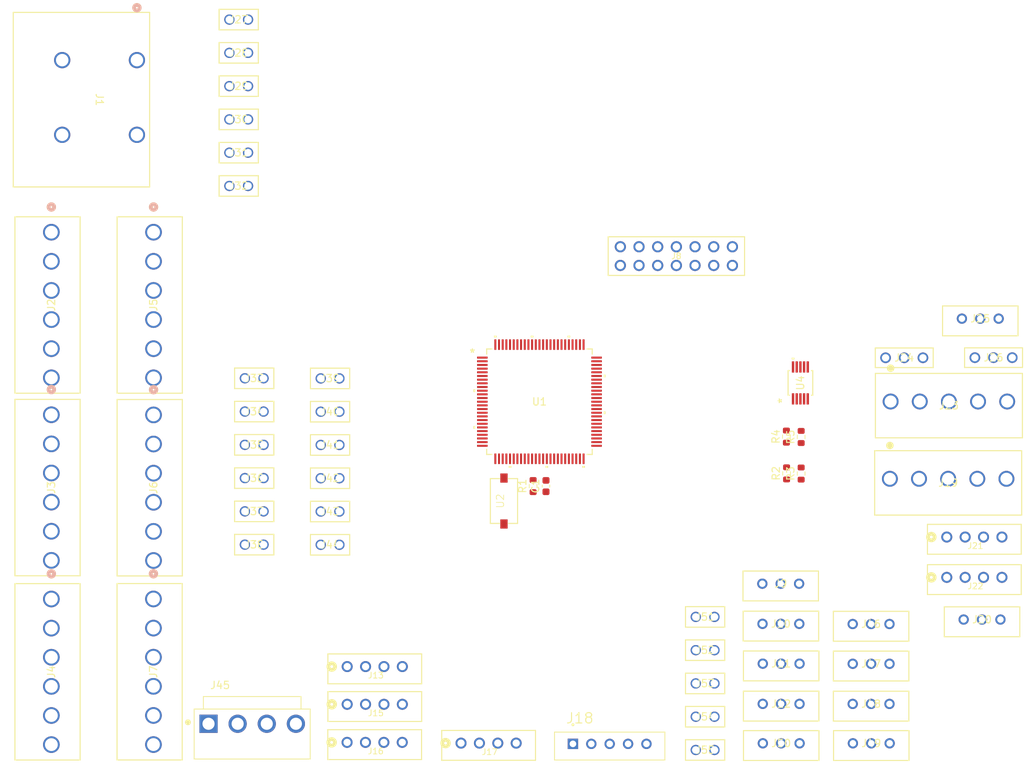
<source format=kicad_pcb>
(kicad_pcb (version 20221018) (generator pcbnew)
  (layers (0 "F.Cu" signal) (31 "B.Cu" signal) (34 "B.Paste" user) (35 "F.Paste" user) (36 "B.SilkS" user "B.Silkscreen") (37 "F.SilkS" user "F.Silkscreen") (38 "B.Mask" user) (39 "F.Mask" user) (44 "Edge.Cuts" user))
  (net 0 "")
  (net 1 "Net-(U1-*RESET)")
  (net 2 "GND")
  (net 3 "12V")
  (net 4 "Motor1 brake")
  (net 5 "PWM Timer3 A")
  (net 6 "Motor1 dir")
  (net 7 "ADC0")
  (net 8 "Motor2 brake")
  (net 9 "PWM Timer3 B")
  (net 10 "Motor2 dir")
  (net 11 "ADC1")
  (net 12 "Motor3 brake")
  (net 13 "PWM Timer3 C")
  (net 14 "Motor3 dir")
  (net 15 "ADC2")
  (net 16 "Motor4 brake")
  (net 17 "PWM Timer4 A")
  (net 18 "Motor4 dir")
  (net 19 "ADC3")
  (net 20 "Motor5 brake")
  (net 21 "PWM Timer4 B")
  (net 22 "Motor5 dir")
  (net 23 "ADC4")
  (net 24 "Motor6 brake")
  (net 25 "PWM Timer4 C")
  (net 26 "Motor6 dir")
  (net 27 "ADC5")
  (net 28 "5V")
  (net 29 "3V3")
  (net 31 "I2C_SCL")
  (net 32 "I2C_SDA")
  (net 37 "PWM Timer2 B")
  (net 38 "PWM Timer2 A")
  (net 39 "PWM Timer1 A")
  (net 40 "PWM Timer1 B")
  (net 41 "UART0_RX")
  (net 42 "UART0_TX")
  (net 43 "UART2_RX")
  (net 44 "UART2_TX")
  (net 45 "UART3_RX")
  (net 46 "UART3_TX")
  (net 47 "SPI_MOSI")
  (net 48 "SPI_MISO")
  (net 49 "SPI_SCK")
  (net 50 "Net-(U4-S2)")
  (net 51 "UART1_RX")
  (net 52 "UART1_TX")
  (net 53 "Net-(U4-S1)")
  (net 54 "Net-(U4-S3)")
  (net 55 "Thermal control")
  (net 56 "Net-(U4-S4)")
  (net 57 "Auxilary control")
  (net 58 "Net-(J23-Pad1)")
  (net 59 "Net-(U4-D)")
  (net 60 "Net-(J23-Pad4)")
  (net 61 "VTX control")
  (net 62 "Net-(J25-Pad1)")
  (net 63 "PWM Timer0 A")
  (net 64 "PWM Timer5 A")
  (net 65 "PWM Timer5 B")
  (net 66 "PWM Timer5 C")
  (net 67 "PWM Timer0 B")
  (net 68 "ADC6")
  (net 69 "ADC7")
  (net 70 "ADC8")
  (net 71 "ADC9")
  (net 72 "ADC10")
  (net 73 "ADC11")
  (net 74 "ADC12")
  (net 75 "ADC13")
  (net 76 "ADC14")
  (net 77 "ADC15")
  (net 78 "Cam Select1")
  (net 79 "Net-(U4-A0)")
  (net 80 "Cam Select2")
  (net 81 "Net-(U4-A1)")
  (footprint "MotorHeader:conn6_1744057-6_TEC" (layer "F.Cu") (at 82.4611 141.62405 90)
    (fp_text reference "J7" (at 0 0 90 unlocked) (layer "F.SilkS"))
    (fp_text value "1744057-6" hide)
    (pad "" np_thru_hole circle (at -7.9248 -3.175 90) (size 1.6764 1.6764) (drill 1.6764) (layers "*.Cu" "*.Mask"))
    (pad "" np_thru_hole circle (at 7.9248 -3.175 90) (size 1.6764 1.6764) (drill 1.6764) (layers "*.Cu" "*.Mask"))
    (pad "1" thru_hole circle (at 9.906 0 90) (size 2.2606 2.2606) (drill 1.7526) (layers "*.Cu" "*.Mask") (net 3 "12V"))
    (pad "2" thru_hole circle (at 5.9436 0 90) (size 2.2606 2.2606) (drill 1.7526) (layers "*.Cu" "*.Mask") (net 2 "GND"))
    (pad "3" thru_hole circle (at 1.9812 0 90) (size 2.2606 2.2606) (drill 1.7526) (layers "*.Cu" "*.Mask") (net 27 "ADC5"))
    (pad "4" thru_hole circle (at -1.9812 0 90) (size 2.2606 2.2606) (drill 1.7526) (layers "*.Cu" "*.Mask") (net 26 "Motor6 dir"))
    (pad "5" thru_hole circle (at -5.9436 0 90) (size 2.2606 2.2606) (drill 1.7526) (layers "*.Cu" "*.Mask") (net 25 "PWM Timer4 C"))
    (pad "6" thru_hole circle (at -9.906 0 90) (size 2.2606 2.2606) (drill 1.7526) (layers "*.Cu" "*.Mask") (net 24 "Motor6 brake"))
  )
  (footprint "4PinHeader:CONN_B4B-EH-A_JST" (layer "F.Cu") (at 190.3368 128.778)
    (fp_text reference "J22" (at 3.9 1.2 unlocked) (layer "F.SilkS") (effects (font (size 0.8 0.8) (thickness 0.12))))
    (fp_text value "25SH-C-04-TS" hide)
    (pad "1" thru_hole circle (at 0 0) (size 1.4986 1.4986) (drill 0.9906) (layers "*.Cu" "*.Mask") (net 3 "12V"))
    (pad "2" thru_hole circle (at 2.5 0) (size 1.4986 1.4986) (drill 0.9906) (layers "*.Cu" "*.Mask") (net 2 "GND"))
    (pad "3" thru_hole circle (at 5 0) (size 1.4986 1.4986) (drill 0.9906) (layers "*.Cu" "*.Mask") (net 56 "Net-(U4-S4)"))
    (pad "4" thru_hole circle (at 7.5 0) (size 1.4986 1.4986) (drill 0.9906) (layers "*.Cu" "*.Mask") (net 57 "Auxilary control"))
  )
  (footprint "4PinHeader:CONN_B4B-EH-A_JST" (layer "F.Cu") (at 108.8066 140.9192)
    (fp_text reference "J13" (at 3.9 1.2 unlocked) (layer "F.SilkS") (effects (font (size 0.8 0.8) (thickness 0.12))))
    (fp_text value "25SH-C-04-TS" hide)
    (pad "1" thru_hole circle (at 0 0) (size 1.4986 1.4986) (drill 0.9906) (layers "*.Cu" "*.Mask") (net 28 "5V"))
    (pad "2" thru_hole circle (at 2.5 0) (size 1.4986 1.4986) (drill 0.9906) (layers "*.Cu" "*.Mask") (net 2 "GND"))
    (pad "3" thru_hole circle (at 5 0) (size 1.4986 1.4986) (drill 0.9906) (layers "*.Cu" "*.Mask") (net 41 "UART0_RX"))
    (pad "4" thru_hole circle (at 7.5 0) (size 1.4986 1.4986) (drill 0.9906) (layers "*.Cu" "*.Mask") (net 42 "UART0_TX"))
  )
  (footprint "5PinHeader:TE_440052-5" (layer "F.Cu") (at 144.5006 151.4348)
    (fp_text reference "J18" (at -4.055 -3.489) (layer "F.SilkS") (effects (font (size 1.4 1.4))))
    (fp_text value "440052-5" hide)
    (pad "1" thru_hole rect (at -5 0) (size 1.408 1.408) (drill 0.9) (layers "*.Cu" "*.Mask") (net 28 "5V"))
    (pad "2" thru_hole circle (at -2.5 0) (size 1.408 1.408) (drill 0.9) (layers "*.Cu" "*.Mask") (net 2 "GND"))
    (pad "3" thru_hole circle (at 0 0) (size 1.408 1.408) (drill 0.9) (layers "*.Cu" "*.Mask") (net 47 "SPI_MOSI"))
    (pad "4" thru_hole circle (at 2.5 0) (size 1.408 1.408) (drill 0.9) (layers "*.Cu" "*.Mask") (net 48 "SPI_MISO"))
    (pad "5" thru_hole circle (at 5 0) (size 1.408 1.408) (drill 0.9) (layers "*.Cu" "*.Mask") (net 49 "SPI_SCK"))
  )
  (footprint "Capacitor_SMD:C_0603_1608Metric" (layer "F.Cu") (at 135.8392 116.3574 90)
    (fp_text reference "C1" (at 0 -1.43 90) (layer "F.SilkS"))
    (fp_text value "1uF")
    (pad "1" smd roundrect (at -0.775 0 90) (size 0.9 0.95) (layers "F.Cu" "F.Paste" "F.Mask") (net 1 "Net-(U1-*RESET)"))
    (pad "2" smd roundrect (at 0.775 0 90) (size 0.9 0.95) (layers "F.Cu" "F.Paste" "F.Mask") (net 2 "GND"))
  )
  (footprint "ServoHeader:CONN3_B3B-EH-ALFSN_JST" (layer "F.Cu") (at 192.6336 134.5184)
    (fp_text reference "J20" (at 2.5 0 unlocked) (layer "F.SilkS"))
    (fp_text value "B3B-EH-ALFSN" hide)
    (pad "1" thru_hole circle (at 0 0) (size 1.397 1.397) (drill 0.889) (layers "*.Cu" "*.Mask") (net 3 "12V"))
    (pad "2" thru_hole circle (at 2.5 0) (size 1.397 1.397) (drill 0.889) (layers "*.Cu" "*.Mask") (net 2 "GND"))
    (pad "3" thru_hole circle (at 5 0) (size 1.397 1.397) (drill 0.889) (layers "*.Cu" "*.Mask") (net 53 "Net-(U4-S1)"))
  )
  (footprint "2PinDupont:CONN_61300211121_WRE" (layer "F.Cu") (at 156.2062 147.7396)
    (fp_text reference "J54" (at 1.27 0 unlocked) (layer "F.SilkS"))
    (fp_text value "61300211121" hide)
    (pad "1" thru_hole circle (at 0 0) (size 1.4 1.4) (drill 1.016) (layers "*.Cu" "*.Mask") (net 74 "ADC12"))
    (pad "2" thru_hole circle (at 2.54 0) (size 1.4 1.4) (drill 1.016) (layers "*.Cu" "*.Mask") (net 75 "ADC13"))
  )
  (footprint "ServoHeader:CONN3_B3B-EH-ALFSN_JST" (layer "F.Cu") (at 177.546 145.9992)
    (fp_text reference "J48" (at 2.5 0 unlocked) (layer "F.SilkS"))
    (fp_text value "B3B-EH-ALFSN" hide)
    (pad "1" thru_hole circle (at 0 0) (size 1.397 1.397) (drill 0.889) (layers "*.Cu" "*.Mask") (net 2 "GND"))
    (pad "2" thru_hole circle (at 2.5 0) (size 1.397 1.397) (drill 0.889) (layers "*.Cu" "*.Mask") (net 3 "12V"))
    (pad "3" thru_hole circle (at 5 0) (size 1.397 1.397) (drill 0.889) (layers "*.Cu" "*.Mask") (net 65 "PWM Timer5 B"))
  )
  (footprint "Resistor_SMD:R_0603_1608Metric" (layer "F.Cu") (at 170.5356 109.6753 90)
    (fp_text reference "R5" (at 0 -1.43 90) (layer "F.SilkS"))
    (fp_text value "2.5K")
    (pad "1" smd roundrect (at -0.825 0 90) (size 0.8 0.95) (layers "F.Cu" "F.Paste" "F.Mask") (net 2 "GND"))
    (pad "2" smd roundrect (at 0.825 0 90) (size 0.8 0.95) (layers "F.Cu" "F.Paste" "F.Mask") (net 81 "Net-(U4-A1)"))
  )
  (footprint "2PinDupont:CONN_61300211121_WRE" (layer "F.Cu") (at 92.7862 70.9916)
    (fp_text reference "J31" (at 1.27 0 unlocked) (layer "F.SilkS"))
    (fp_text value "61300211121" hide)
    (pad "1" thru_hole circle (at 0 0) (size 1.4 1.4) (drill 1.016) (layers "*.Cu" "*.Mask") (net 3 "12V"))
    (pad "2" thru_hole circle (at 2.54 0) (size 1.4 1.4) (drill 1.016) (layers "*.Cu" "*.Mask") (net 2 "GND"))
  )
  (footprint "ServoHeader:CONN3_B3B-EH-ALFSN_JST" (layer "F.Cu") (at 165.314 145.9931)
    (fp_text reference "J12" (at 2.5 0 unlocked) (layer "F.SilkS"))
    (fp_text value "B3B-EH-ALFSN" hide)
    (pad "1" thru_hole circle (at 0 0) (size 1.397 1.397) (drill 0.889) (layers "*.Cu" "*.Mask") (net 2 "GND"))
    (pad "2" thru_hole circle (at 2.5 0) (size 1.397 1.397) (drill 0.889) (layers "*.Cu" "*.Mask") (net 28 "5V"))
    (pad "3" thru_hole circle (at 5 0) (size 1.397 1.397) (drill 0.889) (layers "*.Cu" "*.Mask") (net 40 "PWM Timer1 B"))
  )
  (footprint "ServoHeader:CONN3_B3B-EH-ALFSN_JST" (layer "F.Cu") (at 177.5714 151.3586)
    (fp_text reference "J49" (at 2.5 0 unlocked) (layer "F.SilkS"))
    (fp_text value "B3B-EH-ALFSN" hide)
    (pad "1" thru_hole circle (at 0 0) (size 1.397 1.397) (drill 0.889) (layers "*.Cu" "*.Mask") (net 2 "GND"))
    (pad "2" thru_hole circle (at 2.5 0) (size 1.397 1.397) (drill 0.889) (layers "*.Cu" "*.Mask") (net 3 "12V"))
    (pad "3" thru_hole circle (at 5 0) (size 1.397 1.397) (drill 0.889) (layers "*.Cu" "*.Mask") (net 66 "PWM Timer5 C"))
  )
  (footprint "Resistor_SMD:R_0603_1608Metric" (layer "F.Cu") (at 168.5544 114.6283 90)
    (fp_text reference "R2" (at 0 -1.43 90) (layer "F.SilkS"))
    (fp_text value "1K")
    (pad "1" smd roundrect (at -0.825 0 90) (size 0.8 0.95) (layers "F.Cu" "F.Paste" "F.Mask") (net 78 "Cam Select1"))
    (pad "2" smd roundrect (at 0.825 0 90) (size 0.8 0.95) (layers "F.Cu" "F.Paste" "F.Mask") (net 79 "Net-(U4-A0)"))
  )
  (footprint "ServoHeader:CONN3_B3B-EH-ALFSN_JST" (layer "F.Cu") (at 177.546 135.128)
    (fp_text reference "J46" (at 2.5 0 unlocked) (layer "F.SilkS"))
    (fp_text value "B3B-EH-ALFSN" hide)
    (pad "1" thru_hole circle (at 0 0) (size 1.397 1.397) (drill 0.889) (layers "*.Cu" "*.Mask") (net 2 "GND"))
    (pad "2" thru_hole circle (at 2.5 0) (size 1.397 1.397) (drill 0.889) (layers "*.Cu" "*.Mask") (net 3 "12V"))
    (pad "3" thru_hole circle (at 5 0) (size 1.397 1.397) (drill 0.889) (layers "*.Cu" "*.Mask") (net 63 "PWM Timer0 A"))
  )
  (footprint "2PinDupont:CONN_61300211121_WRE" (layer "F.Cu") (at 92.7862 75.5188)
    (fp_text reference "J32" (at 1.27 0 unlocked) (layer "F.SilkS"))
    (fp_text value "61300211121" hide)
    (pad "1" thru_hole circle (at 0 0) (size 1.4 1.4) (drill 1.016) (layers "*.Cu" "*.Mask") (net 3 "12V"))
    (pad "2" thru_hole circle (at 2.54 0) (size 1.4 1.4) (drill 1.016) (layers "*.Cu" "*.Mask") (net 2 "GND"))
  )
  (footprint "ServoHeader:CONN3_B3B-EH-ALFSN_JST" (layer "F.Cu") (at 165.3248 151.3586)
    (fp_text reference "J50" (at 2.5 0 unlocked) (layer "F.SilkS"))
    (fp_text value "B3B-EH-ALFSN" hide)
    (pad "1" thru_hole circle (at 0 0) (size 1.397 1.397) (drill 0.889) (layers "*.Cu" "*.Mask") (net 2 "GND"))
    (pad "2" thru_hole circle (at 2.5 0) (size 1.397 1.397) (drill 0.889) (layers "*.Cu" "*.Mask") (net 28 "5V"))
    (pad "3" thru_hole circle (at 5 0) (size 1.397 1.397) (drill 0.889) (layers "*.Cu" "*.Mask") (net 67 "PWM Timer0 B"))
  )
  (footprint "Resistor_SMD:R_0603_1608Metric" (layer "F.Cu") (at 168.529 109.6245 90)
    (fp_text reference "R4" (at 0 -1.43 90) (layer "F.SilkS"))
    (fp_text value "1K")
    (pad "1" smd roundrect (at -0.825 0 90) (size 0.8 0.95) (layers "F.Cu" "F.Paste" "F.Mask") (net 80 "Cam Select2"))
    (pad "2" smd roundrect (at 0.825 0 90) (size 0.8 0.95) (layers "F.Cu" "F.Paste" "F.Mask") (net 81 "Net-(U4-A1)"))
  )
  (footprint "2PinDupont:CONN_61300211121_WRE" (layer "F.Cu") (at 105.2068 119.8178)
    (fp_text reference "J43" (at 1.27 0 unlocked) (layer "F.SilkS"))
    (fp_text value "61300211121" hide)
    (pad "1" thru_hole circle (at 0 0) (size 1.4 1.4) (drill 1.016) (layers "*.Cu" "*.Mask") (net 29 "3V3"))
    (pad "2" thru_hole circle (at 2.54 0) (size 1.4 1.4) (drill 1.016) (layers "*.Cu" "*.Mask") (net 2 "GND"))
  )
  (footprint "4PinHeader:CONN_B4B-EH-A_JST" (layer "F.Cu") (at 108.8066 146.05)
    (fp_text reference "J15" (at 3.9 1.2 unlocked) (layer "F.SilkS") (effects (font (size 0.8 0.8) (thickness 0.12))))
    (fp_text value "25SH-C-04-TS" hide)
    (pad "1" thru_hole circle (at 0 0) (size 1.4986 1.4986) (drill 0.9906) (layers "*.Cu" "*.Mask") (net 28 "5V"))
    (pad "2" thru_hole circle (at 2.5 0) (size 1.4986 1.4986) (drill 0.9906) (layers "*.Cu" "*.Mask") (net 2 "GND"))
    (pad "3" thru_hole circle (at 5 0) (size 1.4986 1.4986) (drill 0.9906) (layers "*.Cu" "*.Mask") (net 43 "UART2_RX"))
    (pad "4" thru_hole circle (at 7.5 0) (size 1.4986 1.4986) (drill 0.9906) (layers "*.Cu" "*.Mask") (net 44 "UART2_TX"))
  )
  (footprint "2PinDupont:CONN_61300211121_WRE" (layer "F.Cu") (at 156.2062 143.2124)
    (fp_text reference "J53" (at 1.27 0 unlocked) (layer "F.SilkS"))
    (fp_text value "61300211121" hide)
    (pad "1" thru_hole circle (at 0 0) (size 1.4 1.4) (drill 1.016) (layers "*.Cu" "*.Mask") (net 72 "ADC10"))
    (pad "2" thru_hole circle (at 2.54 0) (size 1.4 1.4) (drill 1.016) (layers "*.Cu" "*.Mask") (net 73 "ADC11"))
  )
  (footprint "VideoMux:RM_10_ADI" (layer "F.Cu") (at 170.434 102.322 90)
    (fp_text reference "U4" (at 0 0 90 unlocked) (layer "F.SilkS"))
    (fp_text value "ADG804YRMZ")
    (fp_text user "*" (at -2.4257 -2.4732 90 unlocked) (layer "F.SilkS"))
    (fp_text user "*" (at -2.4257 -2.4732 90) (layer "F.SilkS"))
    (pad "1" smd rect (at -2.1717 -1.000001 90) (size 1.524 0.3302) (layers "F.Cu" "F.Paste" "F.Mask") (net 79 "Net-(U4-A0)"))
    (pad "2" smd rect (at -2.1717 -0.499999 90) (size 1.524 0.3302) (layers "F.Cu" "F.Paste" "F.Mask") (net 53 "Net-(U4-S1)"))
    (pad "3" smd rect (at -2.1717 0 90) (size 1.524 0.3302) (layers "F.Cu" "F.Paste" "F.Mask") (net 2 "GND"))
    (pad "4" smd rect (at -2.1717 0.499999 90) (size 1.524 0.3302) (layers "F.Cu" "F.Paste" "F.Mask") (net 54 "Net-(U4-S3)"))
    (pad "5" smd rect (at -2.1717 1.000001 90) (size 1.524 0.3302) (layers "F.Cu" "F.Paste" "F.Mask") (net 29 "3V3"))
    (pad "6" smd rect (at 2.1717 1.000001 90) (size 1.524 0.3302) (layers "F.Cu" "F.Paste" "F.Mask") (net 29 "3V3"))
    (pad "7" smd rect (at 2.1717 0.499999 90) (size 1.524 0.3302) (layers "F.Cu" "F.Paste" "F.Mask") (net 56 "Net-(U4-S4)"))
    (pad "8" smd rect (at 2.1717 0 90) (size 1.524 0.3302) (layers "F.Cu" "F.Paste" "F.Mask") (net 59 "Net-(U4-D)"))
    (pad "9" smd rect (at 2.1717 -0.499999 90) (size 1.524 0.3302) (layers "F.Cu" "F.Paste" "F.Mask") (net 50 "Net-(U4-S2)"))
    (pad "10" smd rect (at 2.1717 -1.000001 90) (size 1.524 0.3302) (layers "F.Cu" "F.Paste" "F.Mask") (net 81 "Net-(U4-A1)"))
  )
  (footprint "4PinHeader:CONN_B4B-EH-A_JST" (layer "F.Cu") (at 190.3368 123.2916)
    (fp_text reference "J21" (at 3.9 1.2 unlocked) (layer "F.SilkS") (effects (font (size 0.8 0.8) (thickness 0.12))))
    (fp_text value "25SH-C-04-TS" hide)
    (pad "1" thru_hole circle (at 0 0) (size 1.4986 1.4986) (drill 0.9906) (layers "*.Cu" "*.Mask") (net 3 "12V"))
    (pad "2" thru_hole circle (at 2.5 0) (size 1.4986 1.4986) (drill 0.9906) (layers "*.Cu" "*.Mask") (net 2 "GND"))
    (pad "3" thru_hole circle (at 5 0) (size 1.4986 1.4986) (drill 0.9906) (layers "*.Cu" "*.Mask") (net 54 "Net-(U4-S3)"))
    (pad "4" thru_hole circle (at 7.5 0) (size 1.4986 1.4986) (drill 0.9906) (layers "*.Cu" "*.Mask") (net 55 "Thermal control"))
  )
  (footprint "ServoHeader:CONN3_B3B-EH-ALFSN_JST" (layer "F.Cu") (at 192.3942 93.5736)
    (fp_text reference "J25" (at 2.5 0 unlocked) (layer "F.SilkS"))
    (fp_text value "B3B-EH-ALFSN" hide)
    (pad "1" thru_hole circle (at 0 0) (size 1.397 1.397) (drill 0.889) (layers "*.Cu" "*.Mask") (net 62 "Net-(J25-Pad1)"))
    (pad "2" thru_hole circle (at 2.5 0) (size 1.397 1.397) (drill 0.889) (layers "*.Cu" "*.Mask") (net 2 "GND"))
    (pad "3" thru_hole circle (at 5 0) (size 1.397 1.397) (drill 0.889) (layers "*.Cu" "*.Mask") (net 60 "Net-(J23-Pad4)"))
  )
  (footprint "ServoHeader:CONN3_B3B-EH-ALFSN_JST" (layer "F.Cu") (at 165.2562 129.6416)
    (fp_text reference "J9" (at 2.5 0 unlocked) (layer "F.SilkS"))
    (fp_text value "B3B-EH-ALFSN" hide)
    (pad "1" thru_hole circle (at 0 0) (size 1.397 1.397) (drill 0.889) (layers "*.Cu" "*.Mask") (net 2 "GND"))
    (pad "2" thru_hole circle (at 2.5 0) (size 1.397 1.397) (drill 0.889) (layers "*.Cu" "*.Mask") (net 28 "5V"))
    (pad "3" thru_hole circle (at 5 0) (size 1.397 1.397) (drill 0.889) (layers "*.Cu" "*.Mask") (net 37 "PWM Timer2 B"))
  )
  (footprint "ServoHeader:CONN3_B3B-EH-ALFSN_JST" (layer "F.Cu") (at 165.2816 135.1026)
    (fp_text reference "J10" (at 2.5 0 unlocked) (layer "F.SilkS"))
    (fp_text value "B3B-EH-ALFSN" hide)
    (pad "1" thru_hole circle (at 0 0) (size 1.397 1.397) (drill 0.889) (layers "*.Cu" "*.Mask") (net 2 "GND"))
    (pad "2" thru_hole circle (at 2.5 0) (size 1.397 1.397) (drill 0.889) (layers "*.Cu" "*.Mask") (net 28 "5V"))
    (pad "3" thru_hole circle (at 5 0) (size 1.397 1.397) (drill 0.889) (layers "*.Cu" "*.Mask") (net 38 "PWM Timer2 A"))
  )
  (footprint "ResetButton:PTS636" (layer "F.Cu") (at 130.1242 118.3894 90)
    (fp_text reference "U2" (at 0 -0.5 90 unlocked) (layer "F.SilkS") (effects (font (thickness 0.1))))
    (fp_text value "PTS636")
    (pad "1" smd rect (at -3.125 0 90) (size 1.25 1) (layers "F.Cu" "F.Paste" "F.Mask") (net 2 "GND"))
    (pad "2" smd rect (at 3.125 0 90) (size 1.25 1) (layers "F.Cu" "F.Paste" "F.Mask") (net 1 "Net-(U1-*RESET)"))
  )
  (footprint "2PinDupont:CONN_61300211121_WRE" (layer "F.Cu") (at 92.7862 52.8828)
    (fp_text reference "J27" (at 1.27 0 unlocked) (layer "F.SilkS"))
    (fp_text value "61300211121" hide)
    (pad "1" thru_hole circle (at 0 0) (size 1.4 1.4) (drill 1.016) (layers "*.Cu" "*.Mask") (net 3 "12V"))
    (pad "2" thru_hole circle (at 2.54 0) (size 1.4 1.4) (drill 1.016) (layers "*.Cu" "*.Mask") (net 2 "GND"))
  )
  (footprint "2PinDupont:CONN_61300211121_WRE" (layer "F.Cu") (at 156.2062 138.6852)
    (fp_text reference "J52" (at 1.27 0 unlocked) (layer "F.SilkS"))
    (fp_text value "61300211121" hide)
    (pad "1" thru_hole circle (at 0 0) (size 1.4 1.4) (drill 1.016) (layers "*.Cu" "*.Mask") (net 70 "ADC8"))
    (pad "2" thru_hole circle (at 2.54 0) (size 1.4 1.4) (drill 1.016) (layers "*.Cu" "*.Mask") (net 71 "ADC9"))
  )
  (footprint "5PinHeader7.5A:conn5_1-1123723-5_TEC" (layer "F.Cu") (at 182.7022 104.8512)
    (fp_text reference "J23" (at 7.9248 0.5588 unlocked) (layer "F.SilkS"))
    (fp_text value "1-1123723-5")
    (pad "1" thru_hole circle (at 0 0) (size 2.159 2.159) (drill 1.651) (layers "*.Cu" "*.Mask") (net 58 "Net-(J23-Pad1)"))
    (pad "2" thru_hole circle (at 3.9624 0) (size 2.159 2.159) (drill 1.651) (layers "*.Cu" "*.Mask") (net 2 "GND"))
    (pad "3" thru_hole circle (at 7.9248 0) (size 2.159 2.159) (drill 1.651) (layers "*.Cu" "*.Mask") (net 59 "Net-(U4-D)"))
    (pad "4" thru_hole circle (at 11.8872 0) (size 2.159 2.159) (drill 1.651) (layers "*.Cu" "*.Mask") (net 60 "Net-(J23-Pad4)"))
    (pad "5" thru_hole circle (at 15.8496 0) (size 2.159 2.159) (drill 1.651) (layers "*.Cu" "*.Mask") (net 61 "VTX control"))
  )
  (footprint "ServoHeader:CONN3_B3B-EH-ALFSN_JST" (layer "F.Cu") (at 177.5498 140.538)
    (fp_text reference "J47" (at 2.5 0 unlocked) (layer "F.SilkS"))
    (fp_text value "B3B-EH-ALFSN" hide)
    (pad "1" thru_hole circle (at 0 0) (size 1.397 1.397) (drill 0.889) (layers "*.Cu" "*.Mask") (net 2 "GND"))
    (pad "2" thru_hole circle (at 2.5 0) (size 1.397 1.397) (drill 0.889) (layers "*.Cu" "*.Mask") (net 3 "12V"))
    (pad "3" thru_hole circle (at 5 0) (size 1.397 1.397) (drill 0.889) (layers "*.Cu" "*.Mask") (net 64 "PWM Timer5 A"))
  )
  (footprint "PowerHeader:CONN_VP0265x4xxxxG_AMP" (layer "F.Cu") (at 80.213301 58.3994 -90)
    (fp_text reference "J1" (at 5.38 5.08 -90 unlocked) (layer "F.SilkS"))
    (fp_text value "VP0265540000G" hide)
    (pad "1" thru_hole circle (at 0 0 270) (size 2.2098 2.2098) (drill 1.7018) (layers "*.Cu" "*.Mask") (net 3 "12V"))
    (pad "2" thru_hole circle (at 0 10.16 270) (size 2.2098 2.2098) (drill 1.7018) (layers "*.Cu" "*.Mask") (net 3 "12V"))
    (pad "3" thru_hole circle (at 10.16 0 270) (size 2.2098 2.2098) (drill 1.7018) (layers "*.Cu" "*.Mask") (net 2 "GND"))
    (pad "4" thru_hole circle (at 10.16 10.16 270) (size 2.2098 2.2098) (drill 1.7018) (layers "*.Cu" "*.Mask") (net 2 "GND"))
  )
  (footprint "MotorHeader:conn6_1744057-6_TEC" (layer "F.Cu") (at 68.58 116.5606 90)
    (fp_text reference "J3" (at 0 0 90 unlocked) (layer "F.SilkS"))
    (fp_text value "1744057-6" hide)
    (pad "" np_thru_hole circle (at -7.9248 -3.175 90) (size 1.6764 1.6764) (drill 1.6764) (layers "*.Cu" "*.Mask"))
    (pad "" np_thru_hole circle (at 7.9248 -3.175 90) (size 1.6764 1.6764) (drill 1.6764) (layers "*.Cu" "*.Mask"))
    (pad "1" thru_hole circle (at 9.906 0 90) (size 2.2606 2.2606) (drill 1.7526) (layers "*.Cu" "*.Mask") (net 3 "12V"))
    (pad "2" thru_hole circle (at 5.9436 0 90) (size 2.2606 2.2606) (drill 1.7526) (layers "*.Cu" "*.Mask") (net 2 "GND"))
    (pad "3" thru_hole circle (at 1.9812 0 90) (size 2.2606 2.2606) (drill 1.7526) (layers "*.Cu" "*.Mask") (net 11 "ADC1"))
    (pad "4" thru_hole circle (at -1.9812 0 90) (size 2.2606 2.2606) (drill 1.7526) (layers "*.Cu" "*.Mask") (net 10 "Motor2 dir"))
    (pad "5" thru_hole circle (at -5.9436 0 90) (size 2.2606 2.2606) (drill 1.7526) (layers "*.Cu" "*.Mask") (net 9 "PWM Timer3 B"))
    (pad "6" thru_hole circle (at -9.906 0 90) (size 2.2606 2.2606) (drill 1.7526) (layers "*.Cu" "*.Mask") (net 8 "Motor2 brake"))
  )
  (footprint "2PinDupont:CONN_61300211121_WRE" (layer "F.Cu") (at 94.8944 110.7454)
    (fp_text reference "J35" (at 1.27 0 unlocked) (layer "F.SilkS"))
    (fp_text value "61300211121" hide)
    (pad "1" thru_hole circle (at 0 0) (size 1.4 1.4) (drill 1.016) (layers "*.Cu" "*.Mask") (net 28 "5V"))
    (pad "2" thru_hole circle (at 2.54 0) (size 1.4 1.4) (drill 1.016) (layers "*.Cu" "*.Mask") (net 2 "GND"))
  )
  (footprint "MotorHeader:conn6_1744057-6_TEC" (layer "F.Cu") (at 82.4738 91.7194 90)
    (fp_text reference "J5" (at 0 0 90 unlocked) (layer "F.SilkS"))
    (fp_text value "1744057-6" hide)
    (pad "" np_thru_hole circle (at -7.9248 -3.175 90) (size 1.6764 1.6764) (drill 1.6764) (layers "*.Cu" "*.Mask"))
    (pad "" np_thru_hole circle (at 7.9248 -3.175 90) (size 1.6764 1.6764) (drill 1.6764) (layers "*.Cu" "*.Mask"))
    (pad "1" thru_hole circle (at 9.906 0 90) (size 2.2606 2.2606) (drill 1.7526) (layers "*.Cu" "*.Mask") (net 3 "12V"))
    (pad "2" thru_hole circle (at 5.9436 0 90) (size 2.2606 2.2606) (drill 1.7526) (layers "*.Cu" "*.Mask") (net 2 "GND"))
    (pad "3" thru_hole circle (at 1.9812 0 90) (size 2.2606 2.2606) (drill 1.7526) (layers "*.Cu" "*.Mask") (net 19 "ADC3"))
    (pad "4" thru_hole circle (at -1.9812 0 90) (size 2.2606 2.2606) (drill 1.7526) (layers "*.Cu" "*.Mask") (net 18 "Motor4 dir"))
    (pad "5" thru_hole circle (at -5.9436 0 90) (size 2.2606 2.2606) (drill 1.7526) (layers "*.Cu" "*.Mask") (net 17 "PWM Timer4 A"))
    (pad "6" thru_hole circle (at -9.906 0 90) (size 2.2606 2.2606) (drill 1.7526) (layers "*.Cu" "*.Mask") (net 16 "Motor4 brake"))
  )
  (footprint "2PinDupont:CONN_61300211121_WRE" (layer "F.Cu") (at 105.2068 115.2906)
    (fp_text reference "J42" (at 1.27 0 unlocked) (layer "F.SilkS"))
    (fp_text value "61300211121" hide)
    (pad "1" thru_hole circle (at 0 0) (size 1.4 1.4) (drill 1.016) (layers "*.Cu" "*.Mask") (net 29 "3V3"))
    (pad "2" thru_hole circle (at 2.54 0) (size 1.4 1.4) (drill 1.016) (layers "*.Cu" "*.Mask") (net 2 "GND"))
  )
  (footprint "MotorHeader:conn6_1744057-6_TEC" (layer "F.Cu") (at 68.58 91.7194 90)
    (fp_text reference "J2" (at 0 0 90 unlocked) (layer "F.SilkS"))
    (fp_text value "1744057-6" hide)
    (pad "" np_thru_hole circle (at -7.9248 -3.175 90) (size 1.6764 1.6764) (drill 1.6764) (layers "*.Cu" "*.Mask"))
    (pad "" np_thru_hole circle (at 7.9248 -3.175 90) (size 1.6764 1.6764) (drill 1.6764) (layers "*.Cu" "*.Mask"))
    (pad "1" thru_hole circle (at 9.906 0 90) (size 2.2606 2.2606) (drill 1.7526) (layers "*.Cu" "*.Mask") (net 3 "12V"))
    (pad "2" thru_hole circle (at 5.9436 0 90) (size 2.2606 2.2606) (drill 1.7526) (layers "*.Cu" "*.Mask") (net 2 "GND"))
    (pad "3" thru_hole circle (at 1.9812 0 90) (size 2.2606 2.2606) (drill 1.7526) (layers "*.Cu" "*.Mask") (net 7 "ADC0"))
    (pad "4" thru_hole circle (at -1.9812 0 90) (size 2.2606 2.2606) (drill 1.7526) (layers "*.Cu" "*.Mask") (net 6 "Motor1 dir"))
    (pad "5" thru_hole circle (at -5.9436 0 90) (size 2.2606 2.2606) (drill 1.7526) (layers "*.Cu" "*.Mask") (net 5 "PWM Timer3 A"))
    (pad "6" thru_hole circle (at -9.906 0 90) (size 2.2606 2.2606) (drill 1.7526) (layers "*.Cu" "*.Mask") (net 4 "Motor1 brake"))
  )
  (footprint "2PinDupont:CONN_61300211121_WRE" (layer "F.Cu") (at 156.2062 152.2668)
    (fp_text reference "J55" (at 1.27 0 unlocked) (layer "F.SilkS"))
    (fp_text value "61300211121" hide)
    (pad "1" thru_hole circle (at 0 0) (size 1.4 1.4) (drill 1.016) (layers "*.Cu" "*.Mask") (net 76 "ADC14"))
    (pad "2" thru_hole circle (at 2.54 0) (size 1.4 1.4) (drill 1.016) (layers "*.Cu" "*.Mask") (net 77 "ADC15"))
  )
  (footprint "MotorHeader:conn6_1744057-6_TEC" (layer "F.Cu") (at 68.58 141.6304 90)
    (fp_text reference "J4" (at 0 0 90 unlocked) (layer "F.SilkS"))
    (fp_text value "1744057-6" hide)
    (pad "" np_thru_hole circle (at -7.9248 -3.175 90) (size 1.6764 1.6764) (drill 1.6764) (layers "*.Cu" "*.Mask"))
    (pad "" np_thru_hole circle (at 7.9248 -3.175 90) (size 1.6764 1.6764) (drill 1.6764) (layers "*.Cu" "*.Mask"))
    (pad "1" thru_hole circle (at 9.906 0 90) (size 2.2606 2.2606) (drill 1.7526) (layers "*.Cu" "*.Mask") (net 3 "12V"))
    (pad "2" thru_hole circle (at 5.9436 0 90) (size 2.2606 2.2606) (drill 1.7526) (layers "*.Cu" "*.Mask") (net 2 "GND"))
    (pad "3" thru_hole circle (at 1.9812 0 90) (size 2.2606 2.2606) (drill 1.7526) (layers "*.Cu" "*.Mask") (net 15 "ADC2"))
    (pad "4" thru_hole circle (at -1.9812 0 90) (size 2.2606 2.2606) (drill 1.7526) (layers "*.Cu" "*.Mask") (net 14 "Motor3 dir"))
    (pad "5" thru_hole circle (at -5.9436 0 90) (size 2.2606 2.2606) (drill 1.7526) (layers "*.Cu" "*.Mask") (net 13 "PWM Timer3 C"))
    (pad "6" thru_hole circle (at -9.906 0 90) (size 2.2606 2.2606) (drill 1.7526) (layers "*.Cu" "*.Mask") (net 12 "Motor3 brake"))
  )
  (footprint "MotorHeader:conn6_1744057-6_TEC" (layer "F.Cu") (at 82.4738 116.57965 90)
    (fp_text reference "J6" (at 0 0 90 unlocked) (layer "F.SilkS"))
    (fp_text value "1744057-6" hide)
    (pad "" np_thru_hole circle (at -7.9248 -3.175 90) (size 1.6764 1.6764) (drill 1.6764) (layers "*.Cu" "*.Mask"))
    (pad "" np_thru_hole circle (at 7.9248 -3.175 90) (size 1.6764 1.6764) (drill 1.6764) (layers "*.Cu" "*.Mask"))
    (pad "1" thru_hole circle (at 9.906 0 90) (size 2.2606 2.2606) (drill 1.7526) (layers "*.Cu" "*.Mask") (net 3 "12V"))
    (pad "2" thru_hole circle (at 5.9436 0 90) (size 2.2606 2.2606) (drill 1.7526) (layers "*.Cu" "*.Mask") (net 2 "GND"))
    (pad "3" thru_hole circle (at 1.9812 0 90) (size 2.2606 2.2606) (drill 1.7526) (layers "*.Cu" "*.Mask") (net 23 "ADC4"))
    (pad "4" thru_hole circle (at -1.9812 0 90) (size 2.2606 2.2606) (drill 1.7526) (layers "*.Cu" "*.Mask") (net 22 "Motor5 dir"))
    (pad "5" thru_hole circle (at -5.9436 0 90) (size 2.2606 2.2606) (drill 1.7526) (layers "*.Cu" "*.Mask") (net 21 "PWM Timer4 B"))
    (pad "6" thru_hole circle (at -9.906 0 90) (size 2.2606 2.2606) (drill 1.7526) (layers "*.Cu" "*.Mask") (net 20 "Motor5 brake"))
  )
  (footprint "2PinDupont:CONN_61300211121_WRE" (layer "F.Cu") (at 156.2062 134.158)
    (fp_text reference "J51" (at 1.27 0 unlocked) (layer "F.SilkS"))
    (fp_text value "61300211121" hide)
    (pad "1" thru_hole circle (at 0 0) (size 1.4 1.4) (drill 1.016) (layers "*.Cu" "*.Mask") (net 68 "ADC6"))
    (pad "2" thru_hole circle (at 2.54 0) (size 1.4 1.4) (drill 1.016) (layers "*.Cu" "*.Mask") (net 69 "ADC7"))
  )
  (footprint "2PinDupont:CONN_61300211121_WRE" (layer "F.Cu") (at 94.8944 119.7998)
    (fp_text reference "J37" (at 1.27 0 unlocked) (layer "F.SilkS"))
    (fp_text value "61300211121" hide)
    (pad "1" thru_hole circle (at 0 0) (size 1.4 1.4) (drill 1.016) (layers "*.Cu" "*.Mask") (net 28 "5V"))
    (pad "2" thru_hole circle (at 2.54 0) (size 1.4 1.4) (drill 1.016) (layers "*.Cu" "*.Mask") (net 2 "GND"))
  )
  (footprint "PCBHeader:CONN_RS2-14-G_ADM" (layer "F.Cu") (at 145.9484 83.7946)
    (fp_text reference "J8" (at 7.62 1.27 unlocked) (layer "F.SilkS") (effects (font (size 0.8 0.8) (thickness 0.12))))
    (fp_text value "RS2-14-G" hide)
    (pad "1" thru_hole circle (at 0 0) (size 1.524 1.524) (drill 1.016) (layers "*.Cu" "*.Mask") (net 3 "12V"))
    (pad "2" thru_hole circle (at 0 2.54) (size 1.524 1.524) (drill 1.016) (layers "*.Cu" "*.Mask") (net 3 "12V"))
    (pad "3" thru_hole circle (at 2.54 0) (size 1.524 1.524) (drill 1.016) (layers "*.Cu" "*.Mask") (net 2 "GND"))
    (pad "4" thru_hole circle (at 2.54 2.54) (size 1.524 1.524) (drill 1.016) (layers "*.Cu" "*.Mask") (net 2 "GND"))
    (pad "5" thru_hole circle (at 5.08 0) (size 1.524 1.524) (drill 1.016) (layers "*.Cu" "*.Mask") (net 28 "5V"))
    (pad "6" thru_hole circle (at 5.08 2.54) (size 1.524 1.524) (drill 1.016) (layers "*.Cu" "*.Mask") (net 29 "3V3"))
    (pad "7" thru_hole circle (at 7.62 0) (size 1.524 1.524) (drill 1.016) (layers "*.Cu" "*.Mask"))
    (pad "8" thru_hole circle (at 7.62 2.54) (size 1.524 1.524) (drill 1.016) (layers "*.Cu" "*.Mask") (net 2 "GND"))
    (pad "9" thru_hole circle (at 10.16 0) (size 1.524 1.524) (drill 1.016) (layers "*.Cu" "*.Mask") (net 31 "I2C_SCL"))
    (pad "10" thru_hole circle (at 10.16 2.54) (size 1.524 1.524) (drill 1.016) (layers "*.Cu" "*.Mask") (net 32 "I2C_SDA"))
    (pad "11" thru_hole circle (at 12.7 0) (size 1.524 1.524) (drill 1.016) (layers "*.Cu" "*.Mask"))
    (pad "12" thru_hole circle (at 12.7 2.54) (size 1.524 1.524) (drill 1.016) (layers "*.Cu" "*.Mask"))
    (pad "13" thru_hole circle (at 15.24 0) (size 1.524 1.524) (drill 1.016) (layers "*.Cu" "*.Mask"))
    (pad "14" thru_hole circle (at 15.24 2.54) (size 1.524 1.524) (drill 1.016) (layers "*.Cu" "*.Mask"))
  )
  (footprint "3PinDupont:CONN_68000-103HLF_AMP" (layer "F.Cu") (at 182.0164 98.89955)
    (fp_text reference "J24" (at 2.54 0 unlocked) (layer "F.SilkS"))
    (fp_text value "68000-103HLF" hide)
    (pad "1" thru_hole circle (at 0 0) (size 1.45 1.45) (drill 1) (layers "*.Cu" "*.Mask") (net 28 "5V"))
    (pad "2" thru_hole circle (at 2.54 0) (size 1.45 1.45) (drill 1) (layers "*.Cu" "*.Mask") (net 58 "Net-(J23-Pad1)"))
    (pad "3" thru_hole circle (at 5.08 0) (size 1.45 1.45) (drill 1) (layers "*.Cu" "*.Mask") (net 3 "12V"))
  )
  (footprint "2PinDupont:CONN_61300211121_WRE" (layer "F.Cu") (at 94.8944 106.2182)
    (fp_text reference "J34" (at 1.27 0 unlocked) (layer "F.SilkS"))
    (fp_text value "61300211121" hide)
    (pad "1" thru_hole circle (at 0 0) (size 1.4 1.4) (drill 1.016) (layers "*.Cu" "*.Mask") (net 28 "5V"))
    (pad "2" thru_hole circle (at 2.54 0) (size 1.4 1.4) (drill 1.016) (layers "*.Cu" "*.Mask") (net 2 "GND"))
  )
  (footprint "4PinHeader:CONN_B4B-EH-A_JST" (layer "F.Cu") (at 124.286 151.3332)
    (fp_text reference "J17" (at 3.9 1.2 unlocked) (layer "F.SilkS") (effects (font (size 0.8 0.8) (thickness 0.12))))
    (fp_text value "25SH-C-04-TS" hide)
    (pad "1" thru_hole circle (at 0 0) (size 1.4986 1.4986) (drill 0.9906) (layers "*.Cu" "*.Mask") (net 28 "5V"))
    (pad "2" thru_hole circle (at 2.5 0) (size 1.4986 1.4986) (drill 0.9906) (layers "*.Cu" "*.Mask") (net 2 "GND"))
    (pad "3" thru_hole circle (at 5 0) (size 1.4986 1.4986) (drill 0.9906) (layers "*.Cu" "*.Mask") (net 32 "I2C_SDA"))
    (pad "4" thru_hole circle (at 7.5 0) (size 1.4986 1.4986) (drill 0.9906) (layers "*.Cu" "*.Mask") (net 31 "I2C_SCL"))
  )
  (footprint "Resistor_SMD:R_0603_1608Metric" (layer "F.Cu") (at 170.5356 114.6537 90)
    (fp_text reference "R3" (at 0 -1.43 90) (layer "F.SilkS"))
    (fp_text value "2.5K")
    (pad "1" smd roundrect (at -0.825 0 90) (size 0.8 0.95) (layers "F.Cu" "F.Paste" "F.Mask") (net 2 "GND"))
    (pad "2" smd roundrect (at 0.825 0 90) (size 0.8 0.95) (layers "F.Cu" "F.Paste" "F.Mask") (net 79 "Net-(U4-A0)"))
  )
  (footprint "2PinDupont:CONN_61300211121_WRE" (layer "F.Cu") (at 105.2068 101.709)
    (fp_text reference "J39" (at 1.27 0 unlocked) (layer "F.SilkS"))
    (fp_text value "61300211121" hide)
    (pad "1" thru_hole circle (at 0 0) (size 1.4 1.4) (drill 1.016) (layers "*.Cu" "*.Mask") (net 29 "3V3"))
    (pad "2" thru_hole circle (at 2.54 0) (size 1.4 1.4) (drill 1.016) (layers "*.Cu" "*.Mask") (net 2 "GND"))
  )
  (footprint "2PinDupont:CONN_61300211121_WRE" (layer "F.Cu") (at 92.7862 66.4644)
    (fp_text reference "J30" (at 1.27 0 unlocked) (layer "F.SilkS"))
    (fp_text value "61300211121" hide)
    (pad "1" thru_hole circle (at 0 0) (size 1.4 1.4) (drill 1.016) (layers "*.Cu" "*.Mask") (net 3 "12V"))
    (pad "2" thru_hole circle (at 2.54 0) (size 1.4 1.4) (drill 1.016) (layers "*.Cu" "*.Mask") (net 2 "GND"))
  )
  (footprint "2PinDupont:CONN_61300211121_WRE" (layer "F.Cu") (at 94.8944 124.327)
    (fp_text reference "J38" (at 1.27 0 unlocked) (layer "F.SilkS"))
    (fp_text value "61300211121" hide)
    (pad "1" thru_hole circle (at 0 0) (size 1.4 1.4) (drill 1.016) (layers "*.Cu" "*.Mask") (net 28 "5V"))
    (pad "2" thru_hole circle (at 2.54 0) (size 1.4 1.4) (drill 1.016) (layers "*.Cu" "*.Mask") (net 2 "GND"))
  )
  (footprint "2PinDupont:CONN_61300211121_WRE" (layer "F.Cu") (at 105.2068 106.2362)
    (fp_text reference "J40" (at 1.27 0 unlocked) (layer "F.SilkS"))
    (fp_text value "61300211121" hide)
    (pad "1" thru_hole circle (at 0 0) (size 1.4 1.4) (drill 1.016) (layers "*.Cu" "*.Mask") (net 29 "3V3"))
    (pad "2" thru_hole circle (at 2.54 0) (size 1.4 1.4) (drill 1.016) (layers "*.Cu" "*.Mask") (net 2 "GND"))
  )
  (footprint "2PinDupont:CONN_61300211121_WRE" (layer "F.Cu") (at 105.2068 110.7634)
    (fp_text reference "J41" (at 1.27 0 unlocked) (layer "F.SilkS"))
    (fp_text value "61300211121" hide)
    (pad "1" thru_hole circle (at 0 0) (size 1.4 1.4) (drill 1.016) (layers "*.Cu" "*.Mask") (net 29 "3V3"))
    (pad "2" thru_hole circle (at 2.54 0) (size 1.4 1.4) (drill 1.016) (layers "*.Cu" "*.Mask") (net 2 "GND"))
  )
  (footprint "ATMEGA2560:TQFP100_100A_ATM" (layer "F.Cu") (at 134.9502 104.8766)
    (fp_text reference "U1" (at 0 0 unlocked) (layer "F.SilkS"))
    (fp_text value "ATMEGA2560-16AUR")
    (fp_text user "*" (at -9.1186 -6.631) (layer "F.SilkS"))
    (fp_text user "*" (at -9.1186 -6.631 unlocked) (layer "F.SilkS"))
    (pad "1" smd rect (at -7.76605 -6.000001 90) (size 0.2794 1.4351) (layers "F.Cu" "F.Paste" "F.Mask") (net 67 "PWM Timer0 B"))
    (pad "2" smd rect (at -7.76605 -5.499999 90) (size 0.2794 1.4351) (layers "F.Cu" "F.Paste" "F.Mask") (net 41 "UART0_RX"))
    (pad "3" smd rect (at -7.76605 -5 90) (size 0.2794 1.4351) (layers "F.Cu" "F.Paste" "F.Mask") (net 42 "UART0_TX"))
    (pad "4" smd rect (at -7.76605 -4.500001 90) (size 0.2794 1.4351) (layers "F.Cu" "F.Paste" "F.Mask") (net 6 "Motor1 dir"))
    (pad "5" smd rect (at -7.76605 -4 90) (size 0.2794 1.4351) (layers "F.Cu" "F.Paste" "F.Mask") (net 5 "PWM Timer3 A"))
    (pad "6" smd rect (at -7.76605 -3.500001 90) (size 0.2794 1.4351) (layers "F.Cu" "F.Paste" "F.Mask") (net 9 "PWM Timer3 B"))
    (pad "7" smd rect (at -7.76605 -2.999999 90) (size 0.2794 1.4351) (layers "F.Cu" "F.Paste" "F.Mask") (net 13 "PWM Timer3 C"))
    (pad "8" smd rect (at -7.76605 -2.5 90) (size 0.2794 1.4351) (layers "F.Cu" "F.Paste" "F.Mask") (net 4 "Motor1 brake"))
    (pad "9" smd rect (at -7.76605 -2.000001 90) (size 0.2794 1.4351) (layers "F.Cu" "F.Paste" "F.Mask") (net 10 "Motor2 dir"))
    (pad "10" smd rect (at -7.76605 -1.5 90) (size 0.2794 1.4351) (layers "F.Cu" "F.Paste" "F.Mask") (net 28 "5V"))
    (pad "11" smd rect (at -7.76605 -1.000001 90) (size 0.2794 1.4351) (layers "F.Cu" "F.Paste" "F.Mask") (net 2 "GND"))
    (pad "12" smd rect (at -7.76605 -0.500002 90) (size 0.2794 1.4351) (layers "F.Cu" "F.Paste" "F.Mask") (net 43 "UART2_RX"))
    (pad "13" smd rect (at -7.76605 0 90) (size 0.2794 1.4351) (layers "F.Cu" "F.Paste" "F.Mask") (net 44 "UART2_TX"))
    (pad "14" smd rect (at -7.76605 0.499999 90) (size 0.2794 1.4351) (layers "F.Cu" "F.Paste" "F.Mask") (net 8 "Motor2 brake"))
    (pad "15" smd rect (at -7.76605 1.000001 90) (size 0.2794 1.4351) (layers "F.Cu" "F.Paste" "F.Mask") (net 17 "PWM Timer4 A"))
    (pad "16" smd rect (at -7.76605 1.5 90) (size 0.2794 1.4351) (layers "F.Cu" "F.Paste" "F.Mask") (net 21 "PWM Timer4 B"))
    (pad "17" smd rect (at -7.76605 1.999999 90) (size 0.2794 1.4351) (layers "F.Cu" "F.Paste" "F.Mask") (net 25 "PWM Timer4 C"))
    (pad "18" smd rect (at -7.76605 2.5 90) (size 0.2794 1.4351) (layers "F.Cu" "F.Paste" "F.Mask") (net 37 "PWM Timer2 B"))
    (pad "19" smd rect (at -7.76605 2.999999 90) (size 0.2794 1.4351) (layers "F.Cu" "F.Paste" "F.Mask"))
    (pad "20" smd rect (at -7.76605 3.500001 90) (size 0.2794 1.4351) (layers "F.Cu" "F.Paste" "F.Mask") (net 49 "SPI_SCK"))
    (pad "21" smd rect (at -7.76605 4 90) (size 0.2794 1.4351) (layers "F.Cu" "F.Paste" "F.Mask") (net 47 "SPI_MOSI"))
    (pad "22" smd rect (at -7.76605 4.499999 90) (size 0.2794 1.4351) (layers "F.Cu" "F.Paste" "F.Mask") (net 48 "SPI_MISO"))
    (pad "23" smd rect (at -7.76605 5 90) (size 0.2794 1.4351) (layers "F.Cu" "F.Paste" "F.Mask") (net 38 "PWM Timer2 A"))
    (pad "24" smd rect (at -7.76605 5.499999 90) (size 0.2794 1.4351) (layers "F.Cu" "F.Paste" "F.Mask") (net 39 "PWM Timer1 A"))
    (pad "25" smd rect (at -7.76605 6.000001 90) (size 0.2794 1.4351) (layers "F.Cu" "F.Paste" "F.Mask") (net 40 "PWM Timer1 B"))
    (pad "26" smd rect (at -6.000001 7.76605) (size 0.2794 1.4351) (layers "F.Cu" "F.Paste" "F.Mask") (net 63 "PWM Timer0 A"))
    (pad "27" smd rect (at -5.499999 7.76605) (size 0.2794 1.4351) (layers "F.Cu" "F.Paste" "F.Mask") (net 14 "Motor3 dir"))
    (pad "28" smd rect (at -5 7.76605) (size 0.2794 1.4351) (layers "F.Cu" "F.Paste" "F.Mask"))
    (pad "29" smd rect (at -4.500001 7.76605) (size 0.2794 1.4351) (layers "F.Cu" "F.Paste" "F.Mask"))
    (pad "30" smd rect (at -4 7.76605) (size 0.2794 1.4351) (layers "F.Cu" "F.Paste" "F.Mask") (net 1 "Net-(U1-*RESET)"))
    (pad "31" smd rect (at -3.500001 7.76605) (size 0.2794 1.4351) (layers "F.Cu" "F.Paste" "F.Mask") (net 28 "5V"))
    (pad "32" smd rect (at -2.999999 7.76605) (size 0.2794 1.4351) (layers "F.Cu" "F.Paste" "F.Mask") (net 2 "GND"))
    (pad "33" smd rect (at -2.5 7.76605) (size 0.2794 1.4351) (layers "F.Cu" "F.Paste" "F.Mask"))
    (pad "34" smd rect (at -2.000001 7.76605) (size 0.2794 1.4351) (layers "F.Cu" "F.Paste" "F.Mask"))
    (pad "35" smd rect (at -1.5 7.76605) (size 0.2794 1.4351) (layers "F.Cu" "F.Paste" "F.Mask") (net 12 "Motor3 brake"))
    (pad "36" smd rect (at -1.000001 7.76605) (size 0.2794 1.4351) (layers "F.Cu" "F.Paste" "F.Mask") (net 18 "Motor4 dir"))
    (pad "37" smd rect (at -0.499999 7.76605) (size 0.2794 1.4351) (layers "F.Cu" "F.Paste" "F.Mask") (net 16 "Motor4 brake"))
    (pad "38" smd rect (at 0 7.76605) (size 0.2794 1.4351) (layers "F.Cu" "F.Paste" "F.Mask") (net 64 "PWM Timer5 A"))
    (pad "39" smd rect (at 0.499999 7.76605) (size 0.2794 1.4351) (layers "F.Cu" "F.Paste" "F.Mask") (net 65 "PWM Timer5 B"))
    (pad "40" smd rect (at 1.000001 7.76605) (size 0.2794 1.4351) (layers "F.Cu" "F.Paste" "F.Mask") (net 66 "PWM Timer5 C"))
    (pad "41" smd rect (at 1.5 7.76605) (size 0.2794 1.4351) (layers "F.Cu" "F.Paste" "F.Mask") (net 22 "Motor5 dir"))
    (pad "42" smd rect (at 2.000001 7.76605) (size 0.2794 1.4351) (layers "F.Cu" "F.Paste" "F.Mask") (net 20 "Motor5 brake"))
    (pad "43" smd rect (at 2.5 7.76605) (size 0.2794 1.4351) (layers "F.Cu" "F.Paste" "F.Mask") (net 31 "I2C_SCL"))
    (pad "44" smd rect (at 2.999999 7.76605) (size 0.2794 1.4351) (layers "F.Cu" "F.Paste" "F.Mask") (net 32 "I2C_SDA"))
    (pad "45" smd rect (at 3.500001 7.76605) (size 0.2794 1.4351) (layers "F.Cu" "F.Paste" "F.Mask") (net 51 "UART1_RX"))
    (pad "46" smd rect (at 4 7.76605) (size 0.2794 1.4351) (layers "F.Cu" "F.Paste" "F.Mask") (net 52 "UART1_TX"))
    (pad "47" smd rect (at 4.500001 7.76605) (size 0.2794 1.4351) (layers "F.Cu" "F.Paste" "F.Mask") (net 26 "Motor6 dir"))
    (pad "48" smd rect (at 5 7.76605) (size 0.2794 1.4351) (layers "F.Cu" "F.Paste" "F.Mask") (net 24 "Motor6 brake"))
    (pad "49" smd rect (at 5.499999 7.76605) (size 0.2794 1.4351) (layers "F.Cu" "F.Paste" "F.Mask") (net 78 "Cam Select1"))
    (pad "50" smd rect (at 6.000001 7.76605) (size 0.2794 1.4351) (layers "F.Cu" "F.Paste" "F.Mask") (net 80 "Cam Select2"))
    (pad "51" smd rect (at 7.76605 6.000001 90) (size 0.2794 1.4351) (layers "F.Cu" "F.Paste" "F.Mask"))
    (pad "52" smd rect (at 7.76605 5.499999 90) (size 0.2794 1.4351) (layers "F.Cu" "F.Paste" "F.Mask"))
    (pad "53" smd rect (at 7.76605 5 90) (size 0.2794 1.4351) (layers "F.Cu" "F.Paste" "F.Mask") (net 61 "VTX control"))
    (pad "54" smd rect (at 7.76605 4.500001 90) (size 0.2794 1.4351) (layers "F.Cu" "F.Paste" "F.Mask") (net 55 "Thermal control"))
    (pad "55" smd rect (at 7.76605 4 90) (size 0.2794 1.4351) (layers "F.Cu" "F.Paste" "F.Mask") (net 57 "Auxilary control"))
    (pad "56" smd rect (at 7.76605 3.500001 90) (size 0.2794 1.4351) (layers "F.Cu" "F.Paste" "F.Mask"))
    (pad "57" smd rect (at 7.76605 2.999999 90) (size 0.2794 1.4351) (layers "F.Cu" "F.Paste" "F.Mask"))
    (pad "58" smd rect (at 7.76605 2.5 90) (size 0.2794 1.4351) (layers "F.Cu" "F.Paste" "F.Mask"))
    (pad "59" smd rect (at 7.76605 2.000001 90) (size 0.2794 1.4351) (layers "F.Cu" "F.Paste" "F.Mask"))
    (pad "60" smd rect (at 7.76605 1.5 90) (size 0.2794 1.4351) (layers "F.Cu" "F.Paste" "F.Mask"))
    (pad "61" smd rect (at 7.76605 1.000001 90) (size 0.2794 1.4351) (layers "F.Cu" "F.Paste" "F.Mask") (net 28 "5V"))
    (pad "62" smd rect (at 7.76605 0.499999 90) (size 0.2794 1.4351) (layers "F.Cu" "F.Paste" "F.Mask") (net 2 "GND"))
    (pad "63" smd rect (at 7.76605 0 90) (size 0.2794 1.4351) (layers "F.Cu" "F.Paste" "F.Mask") (net 45 "UART3_RX"))
    (pad "64" smd rect (at 7.76605 -0.499999 90) (size 0.2794 1.4351) (layers "F.Cu" "F.Paste" "F.Mask") (net 46 "UART3_TX"))
    (pad "65" smd rect (at 7.76605 -1.000001 90) (size 0.2794 1.4351) (layers "F.Cu" "F.Paste" "F.Mask"))
    (pad "66" smd rect (at 7.76605 -1.5 90) (size 0.2794 1.4351) (layers "F.Cu" "F.Paste" "F.Mask"))
    (pad "67" smd rect (at 7.76605 -2.000001 90) (size 0.2794 1.4351) (layers "F.Cu" "F.Paste" "F.Mask"))
    (pad "68" smd rect (at 7.76605 -2.5 90) (size 0.2794 1.4351) (layers "F.Cu" "F.Paste" "F.Mask"))
    (pad "69" smd rect (at 7.76605 -2.999999 90) (size 0.2794 1.4351) (layers "F.Cu" "F.Paste" "F.Mask"))
    (pad "70" smd rect (at 7.76605 -3.500001 90) (size 0.2794 1.4351) (layers "F.Cu" "F.Paste" "F.Mask"))
    (pad "71" smd rect (at 7.76605 -4 90) (size 0.2794 1.4351) (layers "F.Cu" "F.Paste" "F.Mask"))
    (pad "72" smd rect (at 7.76605 -4.500001 90) (size 0.2794 1.4351) (layers "F.Cu" "F.Paste" "F.Mask"))
    (pad "73" smd rect (at 7.76605 -5 90) (size 0.2794 1.4351) (layers "F.Cu" "F.Paste" "F.Mask"))
    (pad "74" smd rect (at 7.76605 -5.499999 90) (size 0.2794 1.4351) (layers "F.Cu" "F.Paste" "F.Mask"))
    (pad "75" smd rect (at 7.76605 -6.000001 90) (size 0.2794 1.4351) (layers "F.Cu" "F.Paste" "F.Mask"))
    (pad "76" smd rect (at 6.000001 -7.76605) (size 0.2794 1.4351) (layers "F.Cu" "F.Paste" "F.Mask"))
    (pad "77" smd rect (at 5.499999 -7.76605) (size 0.2794 1.4351) (layers "F.Cu" "F.Paste" "F.Mask"))
    (pad "78" smd rect (at 5 -7.76605) (size 0.2794 1.4351) (layers "F.Cu" "F.Paste" "F.Mask"))
    (pad "79" smd rect (at 4.500001 -7.76605) (size 0.2794 1.4351) (layers "F.Cu" "F.Paste" "F.Mask"))
    (pad "80" smd rect (at 4 -7.76605) (size 0.2794 1.4351) (layers "F.Cu" "F.Paste" "F.Mask") (net 28 "5V"))
    (pad "81" smd rect (at 3.500001 -7.76605) (size 0.2794 1.4351) (layers "F.Cu" "F.Paste" "F.Mask") (net 2 "GND"))
    (pad "82" smd rect (at 2.999999 -7.76605) (size 0.2794 1.4351) (layers "F.Cu" "F.Paste" "F.Mask") (net 77 "ADC15"))
    (pad "83" smd rect (at 2.5 -7.76605) (size 0.2794 1.4351) (layers "F.Cu" "F.Paste" "F.Mask") (net 76 "ADC14"))
    (pad "84" smd rect (at 2.000001 -7.76605) (size 0.2794 1.4351) (layers "F.Cu" "F.Paste" "F.Mask") (net 75 "ADC13"))
    (pad "85" smd rect (at 1.5 -7.76605) (size 0.2794 1.4351) (layers "F.Cu" "F.Paste" "F.Mask") (net 74 "ADC12"))
    (pad "86" smd rect (at 1.000001 -7.76605) (size 0.2794 1.4351) (layers "F.Cu" "F.Paste" "F.Mask") (net 73 "ADC11"))
    (pad "87" smd rect (at 0.499999 -7.76605) (size 0.2794 1.4351) (layers "F.Cu" "F.Paste" "F.Mask") (net 72 "ADC10"))
    (pad "88" smd rect (at 0 -7.76605) (size 0.2794 1.4351) (layers "F.Cu" "F.Paste" "F.Mask") (net 71 "ADC9"))
    (pad "89" smd rect (at -0.499999 -7.76605) (size 0.2794 1.4351) (layers "F.Cu" "F.Paste" "F.Mask") (net 70 "ADC8"))
    (pad "90" smd rect (at -1.000001 -7.76605) (size 0.2794 1.4351) (layers "F.Cu" "F.Paste" "F.Mask") (net 69 "ADC7"))
    (pad "91" smd rect (at -1.5 -7.76605) (size 0.2794 1.4351) (layers "F.Cu" "F.Paste" "F.Mask") (net 68 "ADC6"))
    (pad "92" smd rect (at -2.000001 -7.76605) (size 0.2794 1.4351) (layers "F.Cu" "F.Paste" "F.Mask") (net 27 "ADC5"))
    (pad "93" smd rect (at -2.5 -7.76605) (size 0.2794 1.4351) (layers "F.Cu" "F.Paste" "F.Mask") (net 23 "ADC4"))
    (pad "94" smd rect (at -2.999999 -7.76605) (size 0.2794 1.4351) (layers "F.Cu" "F.Paste" "F.Mask") (net 19 "ADC3"))
    (pad "95" smd rect (at -3.500001 -7.76605) (size 0.2794 1.4351) (layers "F.Cu" "F.Paste" "F.Mask") (net 15 "ADC2"))
    (pad "96" smd rect (at -4 -7.76605) (size 0.2794 1.4351) (layers "F.Cu" "F.Paste" "F.Mask") (net 11 "ADC1"))
    (pad "97" smd rect (at -4.500001 -7.76605) (size 0.2794 1.4351) (layers "F.Cu" "F.Paste" "F.Mask") (net 7 "ADC0"))
    (pad "98" smd rect (at -5 -7.76605) (size 0.2794 1.4351) (layers "F.Cu" "F.Paste" "F.Mask"))
    (pad "99" smd rect (at -5.499999 -7.76605) (size 0.2794 1.4351) (layers "F.Cu" "F.Paste" "F.Mask") (net 2 "GND"))
    (pad "100" smd rect (at -6.000001 -7.76605) (size 0.2794 1.4351) (layers "F.Cu" "F.Paste" "F.Mask"))
  )
  (footprint "4PinHeader7.5A:TE_1-1123723-4" (layer "F.Cu") (at 89.9499 148.7004)
    (fp_text reference "J45" (at 1.576915 -5.241405) (layer "F.SilkS") (effects (font (size 1.00122 1.00122))))
    (fp_text value "1-1123723-4" hide)
    (pad "1" thru_hole rect (at 0 0) (size 2.475 2.475) (drill 1.65) (layers "*.Cu" "*.Mask") (net 3 "12V"))
    (pad "2" thru_hole circle (at 3.96 0) (size 2.475 2.475) (drill 1.65) (layers "*.Cu" "*.Mask") (net 2 "GND"))
    (pad "3" thru_hole circle (at 7.92 0) (size 2.475 2.475) (drill 1.65) (layers "*.Cu" "*.Mask") (net 32 "I2C_SDA"))
    (pad "4" thru_hole circle (at 11.88 0) (size 2.475 2.475) (drill 1.65) (layers "*.Cu" "*.Mask") (net 31 "I2C_SCL"))
  )
  (footprint "Resistor_SMD:R_0603_1608Metric" (layer "F.Cu") (at 134.0866 116.3574 90)
    (fp_text reference "R1" (at 0 -1.43 90) (layer "F.SilkS"))
    (fp_text value "10K")
    (pad "1" smd roundrect (at -0.825 0 90) (size 0.8 0.95) (layers "F.Cu" "F.Paste" "F.Mask") (net 28 "5V"))
    (pad "2" smd roundrect (at 0.825 0 90) (size 0.8 0.95) (layers "F.Cu" "F.Paste" "F.Mask") (net 1 "Net-(U1-*RESET)"))
  )
  (footprint "2PinDupont:CONN_61300211121_WRE" (layer "F.Cu") (at 92.7862 57.41)
    (fp_text reference "J28" (at 1.27 0 unlocked) (layer "F.SilkS"))
    (fp_text value "61300211121" hide)
    (pad "1" thru_hole circle (at 0 0) (size 1.4 1.4) (drill 1.016) (layers "*.Cu" "*.Mask") (net 3 "12V"))
    (pad "2" thru_hole circle (at 2.54 0) (size 1.4 1.4) (drill 1.016) (layers "*.Cu" "*.Mask") (net 2 "GND"))
  )
  (footprint "5PinHeader7.5A:conn5_1-1123723-5_TEC" (layer "F.Cu") (at 182.6006 115.3668)
    (fp_text reference "J19" (at 7.9248 0.5588 unlocked) (layer "F.SilkS"))
    (fp_text value "440052-5")
    (pad "1" thru_hole circle (at 0 0) (size 2.159 2.159) (drill 1.651) (layers "*.Cu" "*.Mask") (net 3 "12V"))
    (pad "2" thru_hole circle (at 3.9624 0) (size 2.159 2.159) (drill 1.651) (layers "*.Cu" "*.Mask") (net 2 "GND"))
    (pad "3" thru_hole circle (at 7.9248 0) (size 2.159 2.159) (drill 1.651) (layers "*.Cu" "*.Mask") (net 50 "Net-(U4-S2)"))
    (pad "4" thru_hole circle (at 11.8872 0) (size 2.159 2.159) (drill 1.651) (layers "*.Cu" "*.Mask") (net 51 "UART1_RX"))
    (pad "5" thru_hole circle (at 15.8496 0) (size 2.159 2.159) (drill 1.651) (layers "*.Cu" "*.Mask") (net 52 "UART1_TX"))
  )
  (footprint "2PinDupont:CONN_61300211121_WRE" (layer "F.Cu") (at 92.7862 61.9372)
    (fp_text reference "J29" (at 1.27 0 unlocked) (layer "F.SilkS"))
    (fp_text value "61300211121" hide)
    (pad "1" thru_hole circle (at 0 0) (size 1.4 1.4) (drill 1.016) (layers "*.Cu" "*.Mask") (net 3 "12V"))
    (pad "2" thru_hole circle (at 2.54 0) (size 1.4 1.4) (drill 1.016) (layers "*.Cu" "*.Mask") (net 2 "GND"))
  )
  (footprint "3PinDupont:CONN_68000-103HLF_AMP" (layer "F.Cu") (at 194.1576 98.8822)
    (fp_text reference "J26" (at 2.54 0 unlocked) (layer "F.SilkS"))
    (fp_text value "68000-103HLF" hide)
    (pad "1" thru_hole circle (at 0 0) (size 1.45 1.45) (drill 1) (layers "*.Cu" "*.Mask") (net 29 "3V3"))
    (pad "2" thru_hole circle (at 2.54 0) (size 1.45 1.45) (drill 1) (layers "*.Cu" "*.Mask") (net 62 "Net-(J25-Pad1)"))
    (pad "3" thru_hole circle (at 5.08 0) (size 1.45 1.45) (drill 1) (layers "*.Cu" "*.Mask") (net 28 "5V"))
  )
  (footprint "2PinDupont:CONN_61300211121_WRE" (layer "F.Cu") (at 105.2068 124.345)
    (fp_text reference "J44" (at 1.27 0 unlocked) (layer "F.SilkS"))
    (fp_text value "61300211121" hide)
    (pad "1" thru_hole circle (at 0 0) (size 1.4 1.4) (drill 1.016) (layers "*.Cu" "*.Mask") (net 29 "3V3"))
    (pad "2" thru_hole circle (at 2.54 0) (size 1.4 1.4) (drill 1.016) (layers "*.Cu" "*.Mask") (net 2 "GND"))
  )
  (footprint "ServoHeader:CONN3_B3B-EH-ALFSN_JST" (layer "F.Cu") (at 165.3178 140.5223)
    (fp_text reference "J11" (at 2.5 0 unlocked) (layer "F.SilkS"))
    (fp_text value "B3B-EH-ALFSN" hide)
    (pad "1" thru_hole circle (at 0 0) (size 1.397 1.397) (drill 0.889) (layers "*.Cu" "*.Mask") (net 2 "GND"))
    (pad "2" thru_hole circle (at 2.5 0) (size 1.397 1.397) (drill 0.889) (layers "*.Cu" "*.Mask") (net 28 "5V"))
    (pad "3" thru_hole circle (at 5 0) (size 1.397 1.397) (drill 0.889) (layers "*.Cu" "*.Mask") (net 39 "PWM Timer1 A"))
  )
  (footprint "4PinHeader:CONN_B4B-EH-A_JST" (layer "F.Cu") (at 108.792 151.2316)
    (fp_text reference "J16" (at 3.9 1.2 unlocked) (layer "F.SilkS") (effects (font (size 0.8 0.8) (thickness 0.12))))
    (fp_text value "25SH-C-04-TS" hide)
    (pad "1" thru_hole circle (at 0 0) (size 1.4986 1.4986) (drill 0.9906) (layers "*.Cu" "*.Mask") (net 28 "5V"))
    (pad "2" thru_hole circle (at 2.5 0) (size 1.4986 1.4986) (drill 0.9906) (layers "*.Cu" "*.Mask") (net 2 "GND"))
    (pad "3" thru_hole circle (at 5 0) (size 1.4986 1.4986) (drill 0.9906) (layers "*.Cu" "*.Mask") (net 45 "UART3_RX"))
    (pad "4" thru_hole circle (at 7.5 0) (size 1.4986 1.4986) (drill 0.9906) (layers "*.Cu" "*.Mask") (net 46 "UART3_TX"))
  )
  (footprint "2PinDupont:CONN_61300211121_WRE" (layer "F.Cu") (at 94.8944 115.2726)
    (fp_text reference "J36" (at 1.27 0 unlocked) (layer "F.SilkS"))
    (fp_text value "61300211121" hide)
    (pad "1" thru_hole circle (at 0 0) (size 1.4 1.4) (drill 1.016) (layers "*.Cu" "*.Mask") (net 28 "5V"))
    (pad "2" thru_hole circle (at 2.54 0) (size 1.4 1.4) (drill 1.016) (layers "*.Cu" "*.Mask") (net 2 "GND"))
  )
  (footprint "2PinDupont:CONN_61300211121_WRE" (layer "F.Cu") (at 94.8944 101.691)
    (fp_text reference "J33" (at 1.27 0 unlocked) (layer "F.SilkS"))
    (fp_text value "61300211121" hide)
    (pad "1" thru_hole circle (at 0 0) (size 1.4 1.4) (drill 1.016) (layers "*.Cu" "*.Mask") (net 28 "5V"))
    (pad "2" thru_hole circle (at 2.54 0) (size 1.4 1.4) (drill 1.016) (layers "*.Cu" "*.Mask") (net 2 "GND"))
  )
)
</source>
